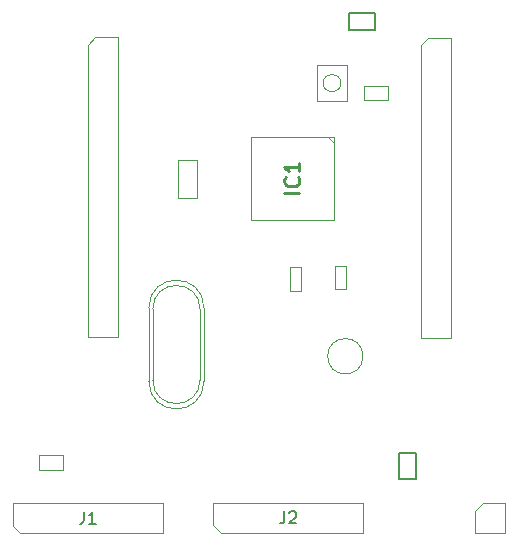
<source format=gbr>
G04 #@! TF.GenerationSoftware,KiCad,Pcbnew,5.1.7-a382d34a8~88~ubuntu18.04.1*
G04 #@! TF.CreationDate,2021-06-07T17:39:16+05:30*
G04 #@! TF.ProjectId,stm32wb_Dev_v2,73746d33-3277-4625-9f44-65765f76322e,rev?*
G04 #@! TF.SameCoordinates,Original*
G04 #@! TF.FileFunction,Other,Fab,Top*
%FSLAX46Y46*%
G04 Gerber Fmt 4.6, Leading zero omitted, Abs format (unit mm)*
G04 Created by KiCad (PCBNEW 5.1.7-a382d34a8~88~ubuntu18.04.1) date 2021-06-07 17:39:16*
%MOMM*%
%LPD*%
G01*
G04 APERTURE LIST*
%ADD10C,0.100000*%
%ADD11C,0.127000*%
%ADD12C,0.254000*%
%ADD13C,0.150000*%
G04 APERTURE END LIST*
D10*
X111306000Y-59847600D02*
X111806000Y-60347600D01*
X104806000Y-59847600D02*
X111806000Y-59847600D01*
X104806000Y-66847600D02*
X104806000Y-59847600D01*
X111806000Y-66847600D02*
X104806000Y-66847600D01*
X111806000Y-59847600D02*
X111806000Y-66847600D01*
X88866200Y-88018800D02*
X86866200Y-88018800D01*
X88866200Y-86768800D02*
X88866200Y-88018800D01*
X86866200Y-86768800D02*
X88866200Y-86768800D01*
X86866200Y-88018800D02*
X86866200Y-86768800D01*
X111915000Y-70765200D02*
X112815000Y-70765200D01*
X112815000Y-70765200D02*
X112815000Y-72765200D01*
X112815000Y-72765200D02*
X111915000Y-72765200D01*
X111915000Y-72765200D02*
X111915000Y-70765200D01*
X109010000Y-72892200D02*
X108110000Y-72892200D01*
X108110000Y-72892200D02*
X108110000Y-70892200D01*
X108110000Y-70892200D02*
X109010000Y-70892200D01*
X109010000Y-70892200D02*
X109010000Y-72892200D01*
X119162000Y-52075100D02*
X119797000Y-51440100D01*
X119162000Y-76840100D02*
X119162000Y-52075100D01*
X121702000Y-76840100D02*
X119162000Y-76840100D01*
X121702000Y-51440100D02*
X121702000Y-76840100D01*
X119797000Y-51440100D02*
X121702000Y-51440100D01*
X90970100Y-52054800D02*
X91605100Y-51419800D01*
X90970100Y-76819800D02*
X90970100Y-52054800D01*
X93510100Y-76819800D02*
X90970100Y-76819800D01*
X93510100Y-51419800D02*
X93510100Y-76819800D01*
X91605100Y-51419800D02*
X93510100Y-51419800D01*
D11*
X117281000Y-88848100D02*
X117281000Y-86648100D01*
X118721000Y-88848100D02*
X118721000Y-86648100D01*
X117281000Y-88848100D02*
X118721000Y-88848100D01*
X117281000Y-86648100D02*
X118721000Y-86648100D01*
X113050000Y-49376400D02*
X115250000Y-49376400D01*
X113050000Y-50816400D02*
X115250000Y-50816400D01*
X113050000Y-49376400D02*
X113050000Y-50816400D01*
X115250000Y-49376400D02*
X115250000Y-50816400D01*
D10*
X98602900Y-61805000D02*
X100202900Y-61805000D01*
X98602900Y-65005000D02*
X98602900Y-61805000D01*
X100202900Y-65005000D02*
X98602900Y-65005000D01*
X100202900Y-61805000D02*
X100202900Y-65005000D01*
X123797000Y-91495900D02*
X124432000Y-90860900D01*
X123797000Y-93400900D02*
X123797000Y-91495900D01*
X126337000Y-93400900D02*
X123797000Y-93400900D01*
X126337000Y-90860900D02*
X126337000Y-93400900D01*
X124432000Y-90860900D02*
X126337000Y-90860900D01*
X84635300Y-92786200D02*
X84635300Y-90881200D01*
X84635300Y-90881200D02*
X97335300Y-90881200D01*
X97335300Y-90881200D02*
X97335300Y-93421200D01*
X97335300Y-93421200D02*
X85270300Y-93421200D01*
X85270300Y-93421200D02*
X84635300Y-92786200D01*
X102227000Y-93385600D02*
X101592000Y-92750600D01*
X114292000Y-93385600D02*
X102227000Y-93385600D01*
X114292000Y-90845600D02*
X114292000Y-93385600D01*
X101592000Y-90845600D02*
X114292000Y-90845600D01*
X101592000Y-92750600D02*
X101592000Y-90845600D01*
X114354000Y-55524200D02*
X116354000Y-55524200D01*
X116354000Y-55524200D02*
X116354000Y-56764200D01*
X116354000Y-56764200D02*
X114354000Y-56764200D01*
X114354000Y-56764200D02*
X114354000Y-55524200D01*
X112403000Y-55300900D02*
G75*
G03*
X112403000Y-55300900I-750000J0D01*
G01*
X110403000Y-53800900D02*
X112903000Y-53800900D01*
X110403000Y-56800900D02*
X110403000Y-53800900D01*
X112903000Y-56800900D02*
X110403000Y-56800900D01*
X112903000Y-53800900D02*
X112903000Y-56800900D01*
X114276000Y-78425000D02*
G75*
G03*
X114276000Y-78425000I-1500000J0D01*
G01*
X96470700Y-74433300D02*
X96470700Y-80433300D01*
X100470700Y-74433300D02*
X100470700Y-80433300D01*
X96145700Y-74308300D02*
X96145700Y-80558300D01*
X100795700Y-74308300D02*
X100795700Y-80558300D01*
X96470700Y-80433300D02*
G75*
G03*
X100470700Y-80433300I2000000J0D01*
G01*
X96470700Y-74433300D02*
G75*
G02*
X100470700Y-74433300I2000000J0D01*
G01*
X96145700Y-80558300D02*
G75*
G03*
X100795700Y-80558300I2325000J0D01*
G01*
X96145700Y-74308300D02*
G75*
G02*
X100795700Y-74308300I2325000J0D01*
G01*
D12*
X108880523Y-64587361D02*
X107610523Y-64587361D01*
X108759571Y-63256885D02*
X108820047Y-63317361D01*
X108880523Y-63498790D01*
X108880523Y-63619742D01*
X108820047Y-63801171D01*
X108699095Y-63922123D01*
X108578142Y-63982600D01*
X108336238Y-64043076D01*
X108154809Y-64043076D01*
X107912904Y-63982600D01*
X107791952Y-63922123D01*
X107671000Y-63801171D01*
X107610523Y-63619742D01*
X107610523Y-63498790D01*
X107671000Y-63317361D01*
X107731476Y-63256885D01*
X108880523Y-62047361D02*
X108880523Y-62773076D01*
X108880523Y-62410219D02*
X107610523Y-62410219D01*
X107791952Y-62531171D01*
X107912904Y-62652123D01*
X107973380Y-62773076D01*
D13*
X90651966Y-91603580D02*
X90651966Y-92317866D01*
X90604347Y-92460723D01*
X90509109Y-92555961D01*
X90366252Y-92603580D01*
X90271014Y-92603580D01*
X91651966Y-92603580D02*
X91080538Y-92603580D01*
X91366252Y-92603580D02*
X91366252Y-91603580D01*
X91271014Y-91746438D01*
X91175776Y-91841676D01*
X91080538Y-91889295D01*
X107608666Y-91567980D02*
X107608666Y-92282266D01*
X107561047Y-92425123D01*
X107465809Y-92520361D01*
X107322952Y-92567980D01*
X107227714Y-92567980D01*
X108037238Y-91663219D02*
X108084857Y-91615600D01*
X108180095Y-91567980D01*
X108418190Y-91567980D01*
X108513428Y-91615600D01*
X108561047Y-91663219D01*
X108608666Y-91758457D01*
X108608666Y-91853695D01*
X108561047Y-91996552D01*
X107989619Y-92567980D01*
X108608666Y-92567980D01*
M02*

</source>
